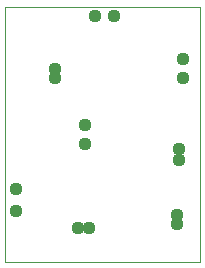
<source format=gbs>
G75*
%MOIN*%
%OFA0B0*%
%FSLAX24Y24*%
%IPPOS*%
%LPD*%
%AMOC8*
5,1,8,0,0,1.08239X$1,22.5*
%
%ADD10C,0.0000*%
%ADD11C,0.0437*%
D10*
X002392Y002517D02*
X002392Y011017D01*
X008892Y011017D01*
X008892Y002517D01*
X002392Y002517D01*
D11*
X002767Y004204D03*
X002767Y004954D03*
X004829Y003642D03*
X005204Y003642D03*
X005079Y006454D03*
X005079Y007079D03*
X004079Y008642D03*
X004079Y008954D03*
X005392Y010704D03*
X006017Y010704D03*
X008329Y009267D03*
X008329Y008642D03*
X008204Y006267D03*
X008204Y005892D03*
X008142Y004079D03*
X008142Y003767D03*
M02*

</source>
